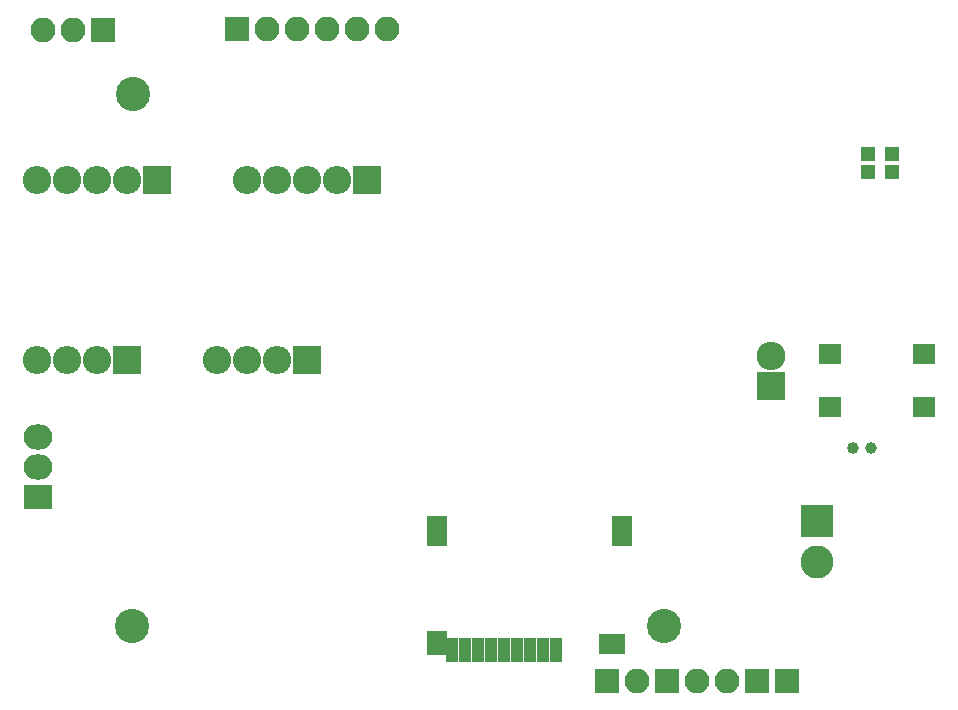
<source format=gbs>
G04 #@! TF.FileFunction,Soldermask,Bot*
%FSLAX46Y46*%
G04 Gerber Fmt 4.6, Leading zero omitted, Abs format (unit mm)*
G04 Created by KiCad (PCBNEW 4.0.7) date 2018 June 07, Thursday 02:32:14*
%MOMM*%
%LPD*%
G01*
G04 APERTURE LIST*
%ADD10C,0.050000*%
%ADD11C,2.900000*%
%ADD12R,1.289000X1.162000*%
%ADD13C,2.800000*%
%ADD14R,2.800000X2.800000*%
%ADD15R,2.432000X2.432000*%
%ADD16O,2.432000X2.432000*%
%ADD17R,2.100000X2.100000*%
%ADD18O,2.100000X2.100000*%
%ADD19R,1.950000X1.700000*%
%ADD20R,2.432000X2.127200*%
%ADD21O,2.432000X2.127200*%
%ADD22O,2.398980X2.398980*%
%ADD23R,2.398980X2.398980*%
%ADD24R,1.098500X1.997660*%
%ADD25R,1.799540X1.997660*%
%ADD26R,1.799540X2.599640*%
%ADD27R,2.198320X1.799540*%
%ADD28C,1.004800*%
%ADD29C,1.009600*%
G04 APERTURE END LIST*
D10*
D11*
X48690000Y-180000000D03*
X93750000Y-180000000D03*
D12*
X112990000Y-140083000D03*
X112990000Y-141607000D03*
X110990000Y-140083000D03*
X110990000Y-141607000D03*
D13*
X106690000Y-174645000D03*
D14*
X106690000Y-171145000D03*
D15*
X102750000Y-159750000D03*
D16*
X102750000Y-157210000D03*
D17*
X46230000Y-129545000D03*
D18*
X43690000Y-129545000D03*
X41150000Y-129545000D03*
D17*
X101600000Y-184670000D03*
D18*
X99060000Y-184670000D03*
D17*
X88900000Y-184670000D03*
D18*
X91440000Y-184670000D03*
D19*
X107760000Y-161495000D03*
X115710000Y-161495000D03*
X107760000Y-156995000D03*
X115710000Y-156995000D03*
D20*
X40690000Y-169085000D03*
D21*
X40690000Y-166545000D03*
X40690000Y-164005000D03*
D17*
X93980000Y-184670000D03*
D18*
X96520000Y-184670000D03*
D11*
X48750000Y-135000000D03*
D17*
X104140000Y-184670000D03*
D22*
X40640000Y-157480000D03*
D23*
X48260000Y-157480000D03*
D22*
X45720000Y-157480000D03*
X43180000Y-157480000D03*
X60960000Y-142240000D03*
D23*
X68580000Y-142240000D03*
D22*
X66040000Y-142240000D03*
X63500000Y-142240000D03*
X58420000Y-142240000D03*
X55880000Y-157480000D03*
D23*
X63500000Y-157480000D03*
D22*
X60960000Y-157480000D03*
X58420000Y-157480000D03*
X43180000Y-142240000D03*
D23*
X50800000Y-142240000D03*
D22*
X48260000Y-142240000D03*
X45720000Y-142240000D03*
X40640000Y-142240000D03*
D17*
X57610000Y-129500000D03*
D18*
X60150000Y-129500000D03*
X62690000Y-129500000D03*
X65230000Y-129500000D03*
X67770000Y-129500000D03*
X70310000Y-129500000D03*
D24*
X84596500Y-182099040D03*
X83496680Y-182099040D03*
X82396860Y-182099040D03*
X81299580Y-182099040D03*
X80199760Y-182099040D03*
X79099940Y-182099040D03*
X78000120Y-182099040D03*
X76900300Y-182099040D03*
X75800480Y-182099040D03*
D25*
X74500000Y-181499600D03*
D26*
X74500000Y-172000000D03*
X90197200Y-172000000D03*
D27*
X89298040Y-181601200D03*
D28*
X111250000Y-165000000D03*
D29*
X109750000Y-165000000D03*
M02*

</source>
